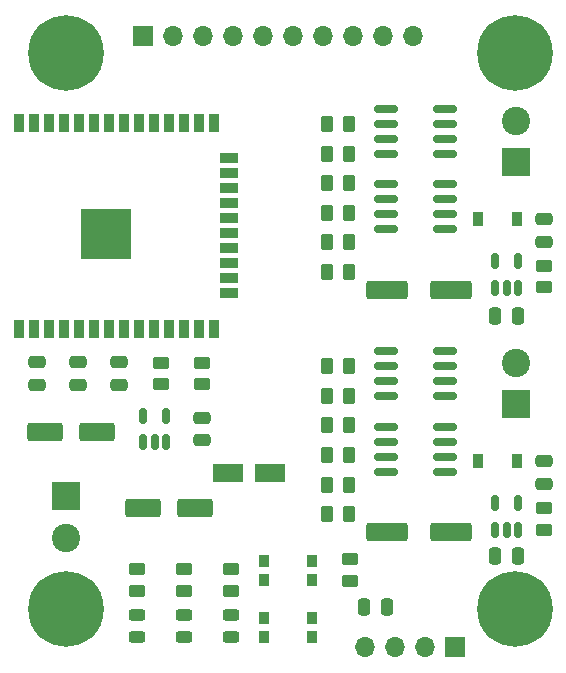
<source format=gbr>
%TF.GenerationSoftware,KiCad,Pcbnew,(6.0.11-0)*%
%TF.CreationDate,2023-05-30T14:23:44-05:00*%
%TF.ProjectId,HoneywellStringLightsController,486f6e65-7977-4656-9c6c-537472696e67,rev?*%
%TF.SameCoordinates,Original*%
%TF.FileFunction,Soldermask,Top*%
%TF.FilePolarity,Negative*%
%FSLAX46Y46*%
G04 Gerber Fmt 4.6, Leading zero omitted, Abs format (unit mm)*
G04 Created by KiCad (PCBNEW (6.0.11-0)) date 2023-05-30 14:23:44*
%MOMM*%
%LPD*%
G01*
G04 APERTURE LIST*
G04 Aperture macros list*
%AMRoundRect*
0 Rectangle with rounded corners*
0 $1 Rounding radius*
0 $2 $3 $4 $5 $6 $7 $8 $9 X,Y pos of 4 corners*
0 Add a 4 corners polygon primitive as box body*
4,1,4,$2,$3,$4,$5,$6,$7,$8,$9,$2,$3,0*
0 Add four circle primitives for the rounded corners*
1,1,$1+$1,$2,$3*
1,1,$1+$1,$4,$5*
1,1,$1+$1,$6,$7*
1,1,$1+$1,$8,$9*
0 Add four rect primitives between the rounded corners*
20,1,$1+$1,$2,$3,$4,$5,0*
20,1,$1+$1,$4,$5,$6,$7,0*
20,1,$1+$1,$6,$7,$8,$9,0*
20,1,$1+$1,$8,$9,$2,$3,0*%
G04 Aperture macros list end*
%ADD10R,0.900000X1.500000*%
%ADD11R,1.500000X0.900000*%
%ADD12C,0.475000*%
%ADD13R,4.200000X4.200000*%
%ADD14RoundRect,0.250000X-1.500000X-0.550000X1.500000X-0.550000X1.500000X0.550000X-1.500000X0.550000X0*%
%ADD15RoundRect,0.250000X-0.450000X0.262500X-0.450000X-0.262500X0.450000X-0.262500X0.450000X0.262500X0*%
%ADD16R,0.900000X1.000000*%
%ADD17RoundRect,0.250000X-1.050000X-0.550000X1.050000X-0.550000X1.050000X0.550000X-1.050000X0.550000X0*%
%ADD18RoundRect,0.250000X-0.475000X0.250000X-0.475000X-0.250000X0.475000X-0.250000X0.475000X0.250000X0*%
%ADD19RoundRect,0.250000X-0.262500X-0.450000X0.262500X-0.450000X0.262500X0.450000X-0.262500X0.450000X0*%
%ADD20RoundRect,0.250000X-0.250000X-0.475000X0.250000X-0.475000X0.250000X0.475000X-0.250000X0.475000X0*%
%ADD21RoundRect,0.250000X0.450000X-0.262500X0.450000X0.262500X-0.450000X0.262500X-0.450000X-0.262500X0*%
%ADD22R,0.900000X1.200000*%
%ADD23RoundRect,0.243750X0.456250X-0.243750X0.456250X0.243750X-0.456250X0.243750X-0.456250X-0.243750X0*%
%ADD24C,0.800000*%
%ADD25C,6.400000*%
%ADD26R,1.700000X1.700000*%
%ADD27O,1.700000X1.700000*%
%ADD28RoundRect,0.150000X-0.825000X-0.150000X0.825000X-0.150000X0.825000X0.150000X-0.825000X0.150000X0*%
%ADD29R,2.400000X2.400000*%
%ADD30C,2.400000*%
%ADD31RoundRect,0.150000X0.150000X-0.512500X0.150000X0.512500X-0.150000X0.512500X-0.150000X-0.512500X0*%
%ADD32RoundRect,0.250000X0.262500X0.450000X-0.262500X0.450000X-0.262500X-0.450000X0.262500X-0.450000X0*%
%ADD33RoundRect,0.250000X0.475000X-0.250000X0.475000X0.250000X-0.475000X0.250000X-0.475000X-0.250000X0*%
%ADD34RoundRect,0.250000X1.250000X0.550000X-1.250000X0.550000X-1.250000X-0.550000X1.250000X-0.550000X0*%
G04 APERTURE END LIST*
D10*
%TO.C,U1*%
X100995000Y-98350000D03*
X102265000Y-98350000D03*
X103535000Y-98350000D03*
X104805000Y-98350000D03*
X106075000Y-98350000D03*
X107345000Y-98350000D03*
X108615000Y-98350000D03*
X109885000Y-98350000D03*
X111155000Y-98350000D03*
X112425000Y-98350000D03*
X113695000Y-98350000D03*
X114965000Y-98350000D03*
X116235000Y-98350000D03*
X117505000Y-98350000D03*
D11*
X118755000Y-95310000D03*
X118755000Y-94040000D03*
X118755000Y-92770000D03*
X118755000Y-91500000D03*
X118755000Y-90230000D03*
X118755000Y-88960000D03*
X118755000Y-87690000D03*
X118755000Y-86420000D03*
X118755000Y-85150000D03*
X118755000Y-83880000D03*
D10*
X117505000Y-80850000D03*
X116235000Y-80850000D03*
X114965000Y-80850000D03*
X113695000Y-80850000D03*
X112425000Y-80850000D03*
X111155000Y-80850000D03*
X109885000Y-80850000D03*
X108615000Y-80850000D03*
X107345000Y-80850000D03*
X106075000Y-80850000D03*
X104805000Y-80850000D03*
X103535000Y-80850000D03*
X102265000Y-80850000D03*
X100995000Y-80850000D03*
D12*
X106810000Y-91042500D03*
X109860000Y-91042500D03*
X109097500Y-91805000D03*
X106810000Y-89517500D03*
X109097500Y-88755000D03*
D13*
X108335000Y-90280000D03*
D12*
X109860000Y-89517500D03*
X107572500Y-91805000D03*
X108335000Y-89517500D03*
X108335000Y-91042500D03*
X107572500Y-88755000D03*
X109097500Y-90280000D03*
X107572500Y-90280000D03*
%TD*%
D14*
%TO.C,C9*%
X132200000Y-95000000D03*
X137600000Y-95000000D03*
%TD*%
D15*
%TO.C,R1*%
X119000000Y-118687500D03*
X119000000Y-120512500D03*
%TD*%
D16*
%TO.C,SW1*%
X125850000Y-117950000D03*
X121750000Y-117950000D03*
X121750000Y-119550000D03*
X125850000Y-119550000D03*
%TD*%
D17*
%TO.C,C2*%
X118700000Y-110500000D03*
X122300000Y-110500000D03*
%TD*%
D18*
%TO.C,C13*%
X145500000Y-89050000D03*
X145500000Y-90950000D03*
%TD*%
D15*
%TO.C,R4*%
X111000000Y-118687500D03*
X111000000Y-120512500D03*
%TD*%
%TO.C,R2*%
X129000000Y-117837500D03*
X129000000Y-119662500D03*
%TD*%
D19*
%TO.C,R11*%
X127087500Y-81000000D03*
X128912500Y-81000000D03*
%TD*%
D20*
%TO.C,C5*%
X130240810Y-121900000D03*
X132140810Y-121900000D03*
%TD*%
D21*
%TO.C,R5*%
X113000000Y-103012500D03*
X113000000Y-101187500D03*
%TD*%
D19*
%TO.C,R10*%
X127087500Y-88500000D03*
X128912500Y-88500000D03*
%TD*%
D22*
%TO.C,D5*%
X139850000Y-109500000D03*
X143150000Y-109500000D03*
%TD*%
D19*
%TO.C,R9*%
X127087500Y-86000000D03*
X128912500Y-86000000D03*
%TD*%
D23*
%TO.C,D1*%
X119000000Y-124437500D03*
X119000000Y-122562500D03*
%TD*%
D24*
%TO.C,H2*%
X141302944Y-76697056D03*
X141302944Y-73302944D03*
X140600000Y-75000000D03*
X145400000Y-75000000D03*
X144697056Y-76697056D03*
D25*
X143000000Y-75000000D03*
D24*
X143000000Y-72600000D03*
X143000000Y-77400000D03*
X144697056Y-73302944D03*
%TD*%
%TO.C,H3*%
X103302944Y-123697056D03*
X102600000Y-122000000D03*
X105000000Y-119600000D03*
X107400000Y-122000000D03*
X103302944Y-120302944D03*
D25*
X105000000Y-122000000D03*
D24*
X106697056Y-123697056D03*
X106697056Y-120302944D03*
X105000000Y-124400000D03*
%TD*%
D26*
%TO.C,J3*%
X111500000Y-73500000D03*
D27*
X114040000Y-73500000D03*
X116580000Y-73500000D03*
X119120000Y-73500000D03*
X121660000Y-73500000D03*
X124200000Y-73500000D03*
X126740000Y-73500000D03*
X129280000Y-73500000D03*
X131820000Y-73500000D03*
X134360000Y-73500000D03*
%TD*%
D28*
%TO.C,Q1*%
X132125000Y-86095000D03*
X132125000Y-87365000D03*
X132125000Y-88635000D03*
X132125000Y-89905000D03*
X137075000Y-89905000D03*
X137075000Y-88635000D03*
X137075000Y-87365000D03*
X137075000Y-86095000D03*
%TD*%
%TO.C,Q2*%
X132125000Y-79695000D03*
X132125000Y-80965000D03*
X132125000Y-82235000D03*
X132125000Y-83505000D03*
X137075000Y-83505000D03*
X137075000Y-82235000D03*
X137075000Y-80965000D03*
X137075000Y-79695000D03*
%TD*%
D29*
%TO.C,J5*%
X143100000Y-104700000D03*
D30*
X143100000Y-101200000D03*
%TD*%
D31*
%TO.C,U2*%
X111550000Y-107937500D03*
X112500000Y-107937500D03*
X113450000Y-107937500D03*
X113450000Y-105662500D03*
X111550000Y-105662500D03*
%TD*%
D28*
%TO.C,Q4*%
X132125000Y-100195000D03*
X132125000Y-101465000D03*
X132125000Y-102735000D03*
X132125000Y-104005000D03*
X137075000Y-104005000D03*
X137075000Y-102735000D03*
X137075000Y-101465000D03*
X137075000Y-100195000D03*
%TD*%
D16*
%TO.C,SW2*%
X121750000Y-122800000D03*
X125850000Y-122800000D03*
X121750000Y-124400000D03*
X125850000Y-124400000D03*
%TD*%
D31*
%TO.C,U4*%
X141350000Y-115337500D03*
X142300000Y-115337500D03*
X143250000Y-115337500D03*
X143250000Y-113062500D03*
X141350000Y-113062500D03*
%TD*%
D15*
%TO.C,R3*%
X115000000Y-118687500D03*
X115000000Y-120512500D03*
%TD*%
D26*
%TO.C,J2*%
X137900000Y-125250000D03*
D27*
X135360000Y-125250000D03*
X132820000Y-125250000D03*
X130280000Y-125250000D03*
%TD*%
D22*
%TO.C,D4*%
X139850000Y-89000000D03*
X143150000Y-89000000D03*
%TD*%
D19*
%TO.C,R16*%
X127087500Y-104000000D03*
X128912500Y-104000000D03*
%TD*%
%TO.C,R14*%
X127087500Y-109000000D03*
X128912500Y-109000000D03*
%TD*%
D31*
%TO.C,U3*%
X141350000Y-94837500D03*
X142300000Y-94837500D03*
X143250000Y-94837500D03*
X143250000Y-92562500D03*
X141350000Y-92562500D03*
%TD*%
D32*
%TO.C,R19*%
X128912500Y-114000000D03*
X127087500Y-114000000D03*
%TD*%
D20*
%TO.C,C11*%
X141350000Y-97200000D03*
X143250000Y-97200000D03*
%TD*%
D29*
%TO.C,J1*%
X105000000Y-112500000D03*
D30*
X105000000Y-116000000D03*
%TD*%
D18*
%TO.C,C8*%
X109500000Y-101150000D03*
X109500000Y-103050000D03*
%TD*%
D33*
%TO.C,C3*%
X116500000Y-107750000D03*
X116500000Y-105850000D03*
%TD*%
D18*
%TO.C,C7*%
X102500000Y-101150000D03*
X102500000Y-103050000D03*
%TD*%
D34*
%TO.C,C6*%
X107623025Y-107084338D03*
X103223025Y-107084338D03*
%TD*%
D32*
%TO.C,R17*%
X128912500Y-93500000D03*
X127087500Y-93500000D03*
%TD*%
D23*
%TO.C,D2*%
X115000000Y-124437500D03*
X115000000Y-122562500D03*
%TD*%
D29*
%TO.C,J4*%
X143100000Y-84200000D03*
D30*
X143100000Y-80700000D03*
%TD*%
D32*
%TO.C,R18*%
X128912500Y-91000000D03*
X127087500Y-91000000D03*
%TD*%
%TO.C,R20*%
X128912500Y-111500000D03*
X127087500Y-111500000D03*
%TD*%
D21*
%TO.C,R7*%
X145500000Y-94812500D03*
X145500000Y-92987500D03*
%TD*%
D24*
%TO.C,H1*%
X106697056Y-76697056D03*
X103302944Y-76697056D03*
D25*
X105000000Y-75000000D03*
D24*
X103302944Y-73302944D03*
X106697056Y-73302944D03*
X107400000Y-75000000D03*
X105000000Y-72600000D03*
X105000000Y-77400000D03*
X102600000Y-75000000D03*
%TD*%
D23*
%TO.C,D3*%
X111000000Y-124437500D03*
X111000000Y-122562500D03*
%TD*%
D14*
%TO.C,C10*%
X132200000Y-115500000D03*
X137600000Y-115500000D03*
%TD*%
D18*
%TO.C,C4*%
X106000000Y-101150000D03*
X106000000Y-103050000D03*
%TD*%
D34*
%TO.C,C1*%
X115900000Y-113493501D03*
X111500000Y-113493501D03*
%TD*%
D28*
%TO.C,Q3*%
X132125000Y-106595000D03*
X132125000Y-107865000D03*
X132125000Y-109135000D03*
X132125000Y-110405000D03*
X137075000Y-110405000D03*
X137075000Y-109135000D03*
X137075000Y-107865000D03*
X137075000Y-106595000D03*
%TD*%
D24*
%TO.C,H4*%
X143000000Y-119600000D03*
X144697056Y-123697056D03*
X144697056Y-120302944D03*
X140600000Y-122000000D03*
X143000000Y-124400000D03*
D25*
X143000000Y-122000000D03*
D24*
X141302944Y-120302944D03*
X141302944Y-123697056D03*
X145400000Y-122000000D03*
%TD*%
D18*
%TO.C,C14*%
X145500000Y-109550000D03*
X145500000Y-111450000D03*
%TD*%
D21*
%TO.C,R6*%
X116500000Y-103012500D03*
X116500000Y-101187500D03*
%TD*%
%TO.C,R8*%
X145500000Y-115312500D03*
X145500000Y-113487500D03*
%TD*%
D19*
%TO.C,R12*%
X127087500Y-83500000D03*
X128912500Y-83500000D03*
%TD*%
%TO.C,R13*%
X127087500Y-106500000D03*
X128912500Y-106500000D03*
%TD*%
D20*
%TO.C,C12*%
X141350000Y-117550000D03*
X143250000Y-117550000D03*
%TD*%
D19*
%TO.C,R15*%
X127087500Y-101500000D03*
X128912500Y-101500000D03*
%TD*%
M02*

</source>
